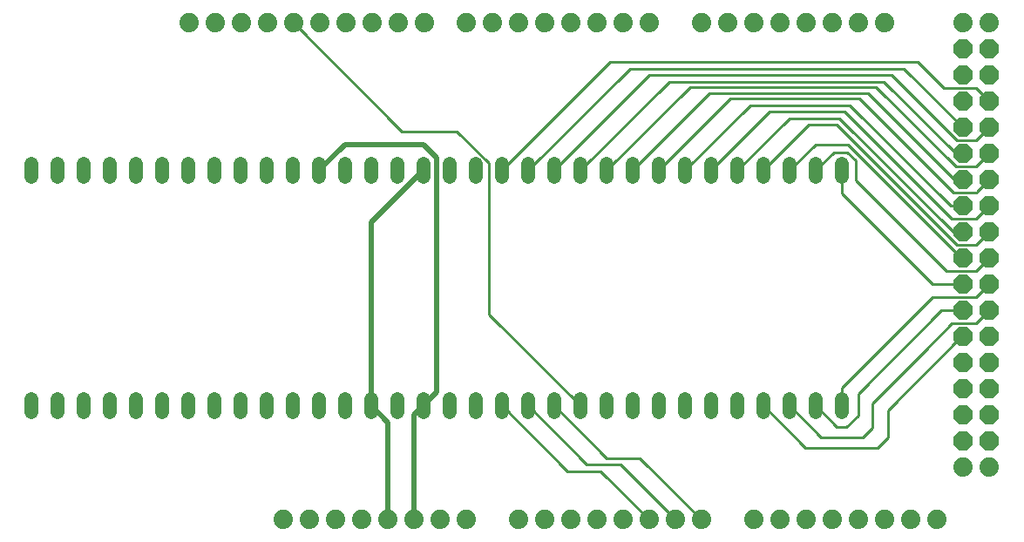
<source format=gbr>
G04 EAGLE Gerber RS-274X export*
G75*
%MOMM*%
%FSLAX34Y34*%
%LPD*%
%INBottom Copper*%
%IPPOS*%
%AMOC8*
5,1,8,0,0,1.08239X$1,22.5*%
G01*
%ADD10C,1.879600*%
%ADD11P,2.034460X8X112.500000*%
%ADD12C,1.320800*%
%ADD13C,0.508000*%
%ADD14C,0.254000*%


D10*
X790702Y54610D03*
X816102Y54610D03*
X841502Y54610D03*
X866902Y54610D03*
X892302Y54610D03*
X917702Y54610D03*
X943102Y54610D03*
X765302Y54610D03*
X739902Y537210D03*
X765302Y537210D03*
X790702Y537210D03*
X816102Y537210D03*
X841502Y537210D03*
X866902Y537210D03*
X892302Y537210D03*
X714502Y537210D03*
X562102Y54610D03*
X587502Y54610D03*
X612902Y54610D03*
X638302Y54610D03*
X663702Y54610D03*
X689102Y54610D03*
X714502Y54610D03*
X536702Y54610D03*
X511302Y537210D03*
X536702Y537210D03*
X562102Y537210D03*
X587502Y537210D03*
X612902Y537210D03*
X638302Y537210D03*
X663702Y537210D03*
X485902Y537210D03*
X292862Y537210D03*
X318262Y537210D03*
X343662Y537210D03*
X369062Y537210D03*
X394462Y537210D03*
X419862Y537210D03*
X445262Y537210D03*
X267462Y537210D03*
D11*
X993902Y334010D03*
X968502Y334010D03*
X993902Y359410D03*
X968502Y359410D03*
X993902Y384810D03*
X968502Y384810D03*
X993902Y410210D03*
X968502Y410210D03*
X993902Y435610D03*
X968502Y435610D03*
X993902Y461010D03*
X968502Y461010D03*
X993902Y486410D03*
X968502Y486410D03*
X993902Y511810D03*
X968502Y511810D03*
X993902Y130810D03*
X968502Y130810D03*
X993902Y156210D03*
X968502Y156210D03*
X993902Y181610D03*
X968502Y181610D03*
X993902Y207010D03*
X968502Y207010D03*
X993902Y232410D03*
X968502Y232410D03*
X993902Y257810D03*
X968502Y257810D03*
X993902Y283210D03*
X968502Y283210D03*
X993902Y308610D03*
X968502Y308610D03*
D10*
X968502Y105410D03*
X993902Y105410D03*
X968502Y537210D03*
X993902Y537210D03*
X358902Y54610D03*
X384302Y54610D03*
X409702Y54610D03*
X435102Y54610D03*
X460502Y54610D03*
X485902Y54610D03*
X333502Y54610D03*
X308102Y54610D03*
X242062Y537210D03*
X216662Y537210D03*
D12*
X63246Y171831D02*
X63246Y158623D01*
X88646Y158623D02*
X88646Y171831D01*
X114046Y171831D02*
X114046Y158623D01*
X139446Y158623D02*
X139446Y171831D01*
X164846Y171831D02*
X164846Y158623D01*
X190246Y158623D02*
X190246Y171831D01*
X215646Y171831D02*
X215646Y158623D01*
X241046Y158623D02*
X241046Y171831D01*
X266446Y171831D02*
X266446Y158623D01*
X291846Y158623D02*
X291846Y171831D01*
X317246Y171831D02*
X317246Y158623D01*
X342646Y158623D02*
X342646Y171831D01*
X368046Y171831D02*
X368046Y158623D01*
X393446Y158623D02*
X393446Y171831D01*
X418846Y171831D02*
X418846Y158623D01*
X444246Y158623D02*
X444246Y171831D01*
X469646Y171831D02*
X469646Y158623D01*
X495046Y158623D02*
X495046Y171831D01*
X520446Y171831D02*
X520446Y158623D01*
X850646Y158623D02*
X850646Y171831D01*
X850646Y387223D02*
X850646Y400431D01*
X520446Y400431D02*
X520446Y387223D01*
X495046Y387223D02*
X495046Y400431D01*
X469646Y400431D02*
X469646Y387223D01*
X444246Y387223D02*
X444246Y400431D01*
X418846Y400431D02*
X418846Y387223D01*
X393446Y387223D02*
X393446Y400431D01*
X368046Y400431D02*
X368046Y387223D01*
X342646Y387223D02*
X342646Y400431D01*
X317246Y400431D02*
X317246Y387223D01*
X291846Y387223D02*
X291846Y400431D01*
X266446Y400431D02*
X266446Y387223D01*
X241046Y387223D02*
X241046Y400431D01*
X215646Y400431D02*
X215646Y387223D01*
X190246Y387223D02*
X190246Y400431D01*
X164846Y400431D02*
X164846Y387223D01*
X139446Y387223D02*
X139446Y400431D01*
X114046Y400431D02*
X114046Y387223D01*
X88646Y387223D02*
X88646Y400431D01*
X63246Y400431D02*
X63246Y387223D01*
X545846Y171831D02*
X545846Y158623D01*
X571246Y158623D02*
X571246Y171831D01*
X596646Y171831D02*
X596646Y158623D01*
X622046Y158623D02*
X622046Y171831D01*
X647446Y171831D02*
X647446Y158623D01*
X672846Y158623D02*
X672846Y171831D01*
X698246Y171831D02*
X698246Y158623D01*
X723646Y158623D02*
X723646Y171831D01*
X749046Y171831D02*
X749046Y158623D01*
X774446Y158623D02*
X774446Y171831D01*
X799846Y171831D02*
X799846Y158623D01*
X825246Y158623D02*
X825246Y171831D01*
X545846Y387223D02*
X545846Y400431D01*
X571246Y400431D02*
X571246Y387223D01*
X596646Y387223D02*
X596646Y400431D01*
X622046Y400431D02*
X622046Y387223D01*
X647446Y387223D02*
X647446Y400431D01*
X672846Y400431D02*
X672846Y387223D01*
X698246Y387223D02*
X698246Y400431D01*
X723646Y400431D02*
X723646Y387223D01*
X749046Y387223D02*
X749046Y400431D01*
X774446Y400431D02*
X774446Y387223D01*
X799846Y387223D02*
X799846Y400431D01*
X825246Y400431D02*
X825246Y387223D01*
D13*
X409702Y148971D02*
X393446Y165227D01*
X409702Y148971D02*
X409702Y54610D01*
X393446Y165227D02*
X393446Y343027D01*
X444246Y393827D01*
X435102Y156083D02*
X435102Y54610D01*
X435102Y156083D02*
X444246Y165227D01*
X444500Y419100D02*
X367919Y419100D01*
X342646Y393827D01*
X444500Y419100D02*
X457200Y406400D01*
X457200Y178181D02*
X444246Y165227D01*
X457200Y178181D02*
X457200Y406400D01*
D14*
X981202Y473710D02*
X993902Y461010D01*
X981202Y473710D02*
X949960Y473710D01*
X924560Y499110D01*
X625729Y499110D01*
X520446Y393827D01*
X911352Y492760D02*
X968502Y435610D01*
X911352Y492760D02*
X644779Y492760D01*
X545846Y393827D01*
X981202Y422910D02*
X993902Y435610D01*
X981202Y422910D02*
X962660Y422910D01*
X663829Y486410D02*
X571246Y393827D01*
X663829Y486410D02*
X899160Y486410D01*
X962660Y422910D01*
X961390Y410210D02*
X968502Y410210D01*
X961390Y410210D02*
X891540Y480060D01*
X682879Y480060D01*
X596646Y393827D01*
X981202Y397510D02*
X993902Y410210D01*
X981202Y397510D02*
X961390Y397510D01*
X703199Y474980D02*
X622046Y393827D01*
X703199Y474980D02*
X883920Y474980D01*
X961390Y397510D01*
X960120Y384810D02*
X968502Y384810D01*
X960120Y384810D02*
X876300Y468630D01*
X722249Y468630D01*
X647446Y393827D01*
X981710Y372618D02*
X993902Y384810D01*
X981710Y372618D02*
X981710Y372110D01*
X742569Y463550D02*
X672846Y393827D01*
X742569Y463550D02*
X867410Y463550D01*
X958850Y372110D01*
X981710Y372110D01*
X968502Y359410D02*
X956310Y359410D01*
X761619Y457200D02*
X698246Y393827D01*
X858520Y457200D02*
X956310Y359410D01*
X858520Y457200D02*
X761619Y457200D01*
X780669Y450850D02*
X723646Y393827D01*
X780669Y450850D02*
X853440Y450850D01*
X957580Y346710D01*
X981202Y346710D02*
X993902Y359410D01*
X981202Y346710D02*
X957580Y346710D01*
X799719Y444500D02*
X749046Y393827D01*
X958850Y334010D02*
X968502Y334010D01*
X848360Y444500D02*
X799719Y444500D01*
X848360Y444500D02*
X958850Y334010D01*
X818769Y438150D02*
X774446Y393827D01*
X845820Y438150D02*
X962660Y321310D01*
X981202Y321310D01*
X993902Y334010D01*
X845820Y438150D02*
X818769Y438150D01*
X825119Y419100D02*
X799846Y393827D01*
X967232Y308610D02*
X968502Y308610D01*
X967232Y308610D02*
X856742Y419100D01*
X825119Y419100D01*
X842899Y411480D02*
X825246Y393827D01*
X842899Y411480D02*
X855980Y411480D01*
X864235Y403225D01*
X981202Y295910D02*
X993902Y308610D01*
X981202Y295910D02*
X952500Y295910D01*
X864235Y384175D02*
X864235Y403225D01*
X864235Y384175D02*
X952500Y295910D01*
X850646Y371094D02*
X850646Y393827D01*
X938530Y283210D02*
X968502Y283210D01*
X938530Y283210D02*
X850646Y371094D01*
X981202Y270510D02*
X993902Y283210D01*
X850646Y182626D02*
X850646Y165227D01*
X850646Y182626D02*
X938530Y270510D01*
X981202Y270510D01*
X866521Y155829D02*
X855472Y144780D01*
X845693Y144780D02*
X825246Y165227D01*
X845693Y144780D02*
X855472Y144780D01*
X947420Y257810D02*
X968502Y257810D01*
X947420Y257810D02*
X866521Y176911D01*
X866521Y155829D01*
X981202Y245110D02*
X993902Y257810D01*
X981202Y245110D02*
X957580Y245110D01*
X930910Y218440D01*
X880110Y167640D01*
X880110Y143510D01*
X871220Y134620D01*
X830453Y134620D02*
X799846Y165227D01*
X830453Y134620D02*
X871220Y134620D01*
X967232Y232410D02*
X968502Y232410D01*
X967232Y232410D02*
X895350Y160528D01*
X895350Y134620D01*
X885190Y124460D01*
X815213Y124460D02*
X774446Y165227D01*
X815213Y124460D02*
X885190Y124460D01*
X423672Y431800D02*
X318262Y537210D01*
X476968Y431800D02*
X508000Y400768D01*
X508000Y253873D02*
X596646Y165227D01*
X476968Y431800D02*
X423672Y431800D01*
X508000Y400768D02*
X508000Y253873D01*
X616712Y101600D02*
X663702Y54610D01*
X584073Y101600D02*
X520446Y165227D01*
X584073Y101600D02*
X616712Y101600D01*
X603123Y107950D02*
X545846Y165227D01*
X635762Y107950D02*
X689102Y54610D01*
X635762Y107950D02*
X603123Y107950D01*
X654812Y114300D02*
X714502Y54610D01*
X622173Y114300D02*
X571246Y165227D01*
X622173Y114300D02*
X654812Y114300D01*
M02*

</source>
